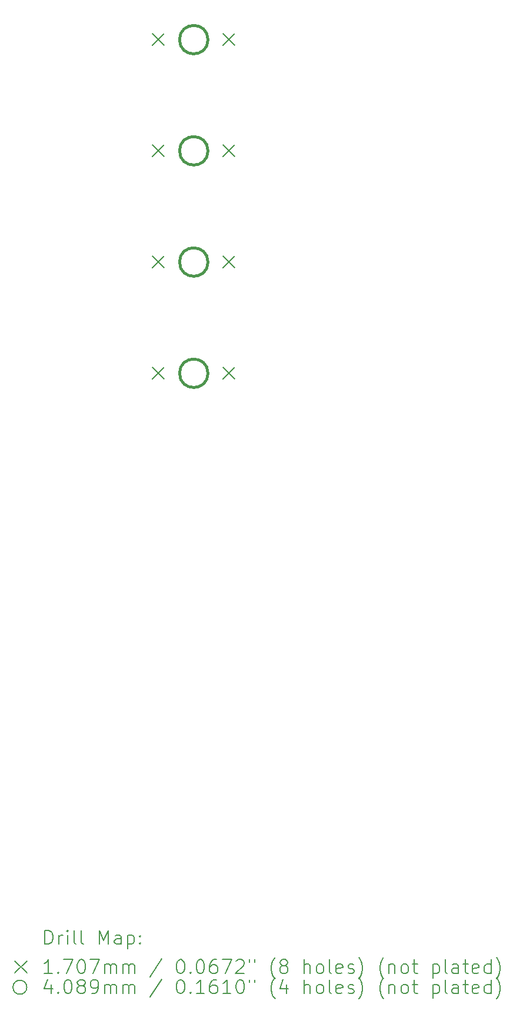
<source format=gbr>
%TF.GenerationSoftware,KiCad,Pcbnew,7.0.6-0*%
%TF.CreationDate,2023-09-14T10:30:24+10:00*%
%TF.ProjectId,Main 3.1,4d61696e-2033-42e3-912e-6b696361645f,rev?*%
%TF.SameCoordinates,Original*%
%TF.FileFunction,Drillmap*%
%TF.FilePolarity,Positive*%
%FSLAX45Y45*%
G04 Gerber Fmt 4.5, Leading zero omitted, Abs format (unit mm)*
G04 Created by KiCad (PCBNEW 7.0.6-0) date 2023-09-14 10:30:24*
%MOMM*%
%LPD*%
G01*
G04 APERTURE LIST*
%ADD10C,0.200000*%
%ADD11C,0.170688*%
%ADD12C,0.408940*%
G04 APERTURE END LIST*
D10*
D11*
X6506656Y-12514656D02*
X6677344Y-12685344D01*
X6677344Y-12514656D02*
X6506656Y-12685344D01*
X6506656Y-14114656D02*
X6677344Y-14285344D01*
X6677344Y-14114656D02*
X6506656Y-14285344D01*
X6506656Y-15714656D02*
X6677344Y-15885344D01*
X6677344Y-15714656D02*
X6506656Y-15885344D01*
X6506656Y-17314656D02*
X6677344Y-17485344D01*
X6677344Y-17314656D02*
X6506656Y-17485344D01*
X7522656Y-12514656D02*
X7693344Y-12685344D01*
X7693344Y-12514656D02*
X7522656Y-12685344D01*
X7522656Y-14114656D02*
X7693344Y-14285344D01*
X7693344Y-14114656D02*
X7522656Y-14285344D01*
X7522656Y-15714656D02*
X7693344Y-15885344D01*
X7693344Y-15714656D02*
X7522656Y-15885344D01*
X7522656Y-17314656D02*
X7693344Y-17485344D01*
X7693344Y-17314656D02*
X7522656Y-17485344D01*
D12*
X7304470Y-12600000D02*
G75*
G03*
X7304470Y-12600000I-204470J0D01*
G01*
X7304470Y-14200000D02*
G75*
G03*
X7304470Y-14200000I-204470J0D01*
G01*
X7304470Y-15800000D02*
G75*
G03*
X7304470Y-15800000I-204470J0D01*
G01*
X7304470Y-17400000D02*
G75*
G03*
X7304470Y-17400000I-204470J0D01*
G01*
D10*
X4958286Y-25614001D02*
X4958286Y-25414001D01*
X4958286Y-25414001D02*
X5005905Y-25414001D01*
X5005905Y-25414001D02*
X5034476Y-25423525D01*
X5034476Y-25423525D02*
X5053524Y-25442572D01*
X5053524Y-25442572D02*
X5063048Y-25461620D01*
X5063048Y-25461620D02*
X5072572Y-25499715D01*
X5072572Y-25499715D02*
X5072572Y-25528287D01*
X5072572Y-25528287D02*
X5063048Y-25566382D01*
X5063048Y-25566382D02*
X5053524Y-25585429D01*
X5053524Y-25585429D02*
X5034476Y-25604477D01*
X5034476Y-25604477D02*
X5005905Y-25614001D01*
X5005905Y-25614001D02*
X4958286Y-25614001D01*
X5158286Y-25614001D02*
X5158286Y-25480667D01*
X5158286Y-25518763D02*
X5167810Y-25499715D01*
X5167810Y-25499715D02*
X5177334Y-25490191D01*
X5177334Y-25490191D02*
X5196381Y-25480667D01*
X5196381Y-25480667D02*
X5215429Y-25480667D01*
X5282095Y-25614001D02*
X5282095Y-25480667D01*
X5282095Y-25414001D02*
X5272572Y-25423525D01*
X5272572Y-25423525D02*
X5282095Y-25433048D01*
X5282095Y-25433048D02*
X5291619Y-25423525D01*
X5291619Y-25423525D02*
X5282095Y-25414001D01*
X5282095Y-25414001D02*
X5282095Y-25433048D01*
X5405905Y-25614001D02*
X5386857Y-25604477D01*
X5386857Y-25604477D02*
X5377334Y-25585429D01*
X5377334Y-25585429D02*
X5377334Y-25414001D01*
X5510667Y-25614001D02*
X5491619Y-25604477D01*
X5491619Y-25604477D02*
X5482095Y-25585429D01*
X5482095Y-25585429D02*
X5482095Y-25414001D01*
X5739238Y-25614001D02*
X5739238Y-25414001D01*
X5739238Y-25414001D02*
X5805905Y-25556858D01*
X5805905Y-25556858D02*
X5872572Y-25414001D01*
X5872572Y-25414001D02*
X5872572Y-25614001D01*
X6053524Y-25614001D02*
X6053524Y-25509239D01*
X6053524Y-25509239D02*
X6044000Y-25490191D01*
X6044000Y-25490191D02*
X6024953Y-25480667D01*
X6024953Y-25480667D02*
X5986857Y-25480667D01*
X5986857Y-25480667D02*
X5967810Y-25490191D01*
X6053524Y-25604477D02*
X6034476Y-25614001D01*
X6034476Y-25614001D02*
X5986857Y-25614001D01*
X5986857Y-25614001D02*
X5967810Y-25604477D01*
X5967810Y-25604477D02*
X5958286Y-25585429D01*
X5958286Y-25585429D02*
X5958286Y-25566382D01*
X5958286Y-25566382D02*
X5967810Y-25547334D01*
X5967810Y-25547334D02*
X5986857Y-25537810D01*
X5986857Y-25537810D02*
X6034476Y-25537810D01*
X6034476Y-25537810D02*
X6053524Y-25528287D01*
X6148762Y-25480667D02*
X6148762Y-25680667D01*
X6148762Y-25490191D02*
X6167810Y-25480667D01*
X6167810Y-25480667D02*
X6205905Y-25480667D01*
X6205905Y-25480667D02*
X6224953Y-25490191D01*
X6224953Y-25490191D02*
X6234476Y-25499715D01*
X6234476Y-25499715D02*
X6244000Y-25518763D01*
X6244000Y-25518763D02*
X6244000Y-25575906D01*
X6244000Y-25575906D02*
X6234476Y-25594953D01*
X6234476Y-25594953D02*
X6224953Y-25604477D01*
X6224953Y-25604477D02*
X6205905Y-25614001D01*
X6205905Y-25614001D02*
X6167810Y-25614001D01*
X6167810Y-25614001D02*
X6148762Y-25604477D01*
X6329714Y-25594953D02*
X6339238Y-25604477D01*
X6339238Y-25604477D02*
X6329714Y-25614001D01*
X6329714Y-25614001D02*
X6320191Y-25604477D01*
X6320191Y-25604477D02*
X6329714Y-25594953D01*
X6329714Y-25594953D02*
X6329714Y-25614001D01*
X6329714Y-25490191D02*
X6339238Y-25499715D01*
X6339238Y-25499715D02*
X6329714Y-25509239D01*
X6329714Y-25509239D02*
X6320191Y-25499715D01*
X6320191Y-25499715D02*
X6329714Y-25490191D01*
X6329714Y-25490191D02*
X6329714Y-25509239D01*
D11*
X4526821Y-25857173D02*
X4697509Y-26027861D01*
X4697509Y-25857173D02*
X4526821Y-26027861D01*
D10*
X5063048Y-26034001D02*
X4948762Y-26034001D01*
X5005905Y-26034001D02*
X5005905Y-25834001D01*
X5005905Y-25834001D02*
X4986857Y-25862572D01*
X4986857Y-25862572D02*
X4967810Y-25881620D01*
X4967810Y-25881620D02*
X4948762Y-25891144D01*
X5148762Y-26014953D02*
X5158286Y-26024477D01*
X5158286Y-26024477D02*
X5148762Y-26034001D01*
X5148762Y-26034001D02*
X5139238Y-26024477D01*
X5139238Y-26024477D02*
X5148762Y-26014953D01*
X5148762Y-26014953D02*
X5148762Y-26034001D01*
X5224953Y-25834001D02*
X5358286Y-25834001D01*
X5358286Y-25834001D02*
X5272572Y-26034001D01*
X5472572Y-25834001D02*
X5491619Y-25834001D01*
X5491619Y-25834001D02*
X5510667Y-25843525D01*
X5510667Y-25843525D02*
X5520191Y-25853048D01*
X5520191Y-25853048D02*
X5529715Y-25872096D01*
X5529715Y-25872096D02*
X5539238Y-25910191D01*
X5539238Y-25910191D02*
X5539238Y-25957810D01*
X5539238Y-25957810D02*
X5529715Y-25995906D01*
X5529715Y-25995906D02*
X5520191Y-26014953D01*
X5520191Y-26014953D02*
X5510667Y-26024477D01*
X5510667Y-26024477D02*
X5491619Y-26034001D01*
X5491619Y-26034001D02*
X5472572Y-26034001D01*
X5472572Y-26034001D02*
X5453524Y-26024477D01*
X5453524Y-26024477D02*
X5444000Y-26014953D01*
X5444000Y-26014953D02*
X5434476Y-25995906D01*
X5434476Y-25995906D02*
X5424953Y-25957810D01*
X5424953Y-25957810D02*
X5424953Y-25910191D01*
X5424953Y-25910191D02*
X5434476Y-25872096D01*
X5434476Y-25872096D02*
X5444000Y-25853048D01*
X5444000Y-25853048D02*
X5453524Y-25843525D01*
X5453524Y-25843525D02*
X5472572Y-25834001D01*
X5605905Y-25834001D02*
X5739238Y-25834001D01*
X5739238Y-25834001D02*
X5653524Y-26034001D01*
X5815429Y-26034001D02*
X5815429Y-25900667D01*
X5815429Y-25919715D02*
X5824953Y-25910191D01*
X5824953Y-25910191D02*
X5844000Y-25900667D01*
X5844000Y-25900667D02*
X5872572Y-25900667D01*
X5872572Y-25900667D02*
X5891619Y-25910191D01*
X5891619Y-25910191D02*
X5901143Y-25929239D01*
X5901143Y-25929239D02*
X5901143Y-26034001D01*
X5901143Y-25929239D02*
X5910667Y-25910191D01*
X5910667Y-25910191D02*
X5929714Y-25900667D01*
X5929714Y-25900667D02*
X5958286Y-25900667D01*
X5958286Y-25900667D02*
X5977334Y-25910191D01*
X5977334Y-25910191D02*
X5986857Y-25929239D01*
X5986857Y-25929239D02*
X5986857Y-26034001D01*
X6082095Y-26034001D02*
X6082095Y-25900667D01*
X6082095Y-25919715D02*
X6091619Y-25910191D01*
X6091619Y-25910191D02*
X6110667Y-25900667D01*
X6110667Y-25900667D02*
X6139238Y-25900667D01*
X6139238Y-25900667D02*
X6158286Y-25910191D01*
X6158286Y-25910191D02*
X6167810Y-25929239D01*
X6167810Y-25929239D02*
X6167810Y-26034001D01*
X6167810Y-25929239D02*
X6177334Y-25910191D01*
X6177334Y-25910191D02*
X6196381Y-25900667D01*
X6196381Y-25900667D02*
X6224953Y-25900667D01*
X6224953Y-25900667D02*
X6244000Y-25910191D01*
X6244000Y-25910191D02*
X6253524Y-25929239D01*
X6253524Y-25929239D02*
X6253524Y-26034001D01*
X6644000Y-25824477D02*
X6472572Y-26081620D01*
X6901143Y-25834001D02*
X6920191Y-25834001D01*
X6920191Y-25834001D02*
X6939238Y-25843525D01*
X6939238Y-25843525D02*
X6948762Y-25853048D01*
X6948762Y-25853048D02*
X6958286Y-25872096D01*
X6958286Y-25872096D02*
X6967810Y-25910191D01*
X6967810Y-25910191D02*
X6967810Y-25957810D01*
X6967810Y-25957810D02*
X6958286Y-25995906D01*
X6958286Y-25995906D02*
X6948762Y-26014953D01*
X6948762Y-26014953D02*
X6939238Y-26024477D01*
X6939238Y-26024477D02*
X6920191Y-26034001D01*
X6920191Y-26034001D02*
X6901143Y-26034001D01*
X6901143Y-26034001D02*
X6882096Y-26024477D01*
X6882096Y-26024477D02*
X6872572Y-26014953D01*
X6872572Y-26014953D02*
X6863048Y-25995906D01*
X6863048Y-25995906D02*
X6853524Y-25957810D01*
X6853524Y-25957810D02*
X6853524Y-25910191D01*
X6853524Y-25910191D02*
X6863048Y-25872096D01*
X6863048Y-25872096D02*
X6872572Y-25853048D01*
X6872572Y-25853048D02*
X6882096Y-25843525D01*
X6882096Y-25843525D02*
X6901143Y-25834001D01*
X7053524Y-26014953D02*
X7063048Y-26024477D01*
X7063048Y-26024477D02*
X7053524Y-26034001D01*
X7053524Y-26034001D02*
X7044000Y-26024477D01*
X7044000Y-26024477D02*
X7053524Y-26014953D01*
X7053524Y-26014953D02*
X7053524Y-26034001D01*
X7186857Y-25834001D02*
X7205905Y-25834001D01*
X7205905Y-25834001D02*
X7224953Y-25843525D01*
X7224953Y-25843525D02*
X7234477Y-25853048D01*
X7234477Y-25853048D02*
X7244000Y-25872096D01*
X7244000Y-25872096D02*
X7253524Y-25910191D01*
X7253524Y-25910191D02*
X7253524Y-25957810D01*
X7253524Y-25957810D02*
X7244000Y-25995906D01*
X7244000Y-25995906D02*
X7234477Y-26014953D01*
X7234477Y-26014953D02*
X7224953Y-26024477D01*
X7224953Y-26024477D02*
X7205905Y-26034001D01*
X7205905Y-26034001D02*
X7186857Y-26034001D01*
X7186857Y-26034001D02*
X7167810Y-26024477D01*
X7167810Y-26024477D02*
X7158286Y-26014953D01*
X7158286Y-26014953D02*
X7148762Y-25995906D01*
X7148762Y-25995906D02*
X7139238Y-25957810D01*
X7139238Y-25957810D02*
X7139238Y-25910191D01*
X7139238Y-25910191D02*
X7148762Y-25872096D01*
X7148762Y-25872096D02*
X7158286Y-25853048D01*
X7158286Y-25853048D02*
X7167810Y-25843525D01*
X7167810Y-25843525D02*
X7186857Y-25834001D01*
X7424953Y-25834001D02*
X7386857Y-25834001D01*
X7386857Y-25834001D02*
X7367810Y-25843525D01*
X7367810Y-25843525D02*
X7358286Y-25853048D01*
X7358286Y-25853048D02*
X7339238Y-25881620D01*
X7339238Y-25881620D02*
X7329715Y-25919715D01*
X7329715Y-25919715D02*
X7329715Y-25995906D01*
X7329715Y-25995906D02*
X7339238Y-26014953D01*
X7339238Y-26014953D02*
X7348762Y-26024477D01*
X7348762Y-26024477D02*
X7367810Y-26034001D01*
X7367810Y-26034001D02*
X7405905Y-26034001D01*
X7405905Y-26034001D02*
X7424953Y-26024477D01*
X7424953Y-26024477D02*
X7434477Y-26014953D01*
X7434477Y-26014953D02*
X7444000Y-25995906D01*
X7444000Y-25995906D02*
X7444000Y-25948287D01*
X7444000Y-25948287D02*
X7434477Y-25929239D01*
X7434477Y-25929239D02*
X7424953Y-25919715D01*
X7424953Y-25919715D02*
X7405905Y-25910191D01*
X7405905Y-25910191D02*
X7367810Y-25910191D01*
X7367810Y-25910191D02*
X7348762Y-25919715D01*
X7348762Y-25919715D02*
X7339238Y-25929239D01*
X7339238Y-25929239D02*
X7329715Y-25948287D01*
X7510667Y-25834001D02*
X7644000Y-25834001D01*
X7644000Y-25834001D02*
X7558286Y-26034001D01*
X7710667Y-25853048D02*
X7720191Y-25843525D01*
X7720191Y-25843525D02*
X7739238Y-25834001D01*
X7739238Y-25834001D02*
X7786858Y-25834001D01*
X7786858Y-25834001D02*
X7805905Y-25843525D01*
X7805905Y-25843525D02*
X7815429Y-25853048D01*
X7815429Y-25853048D02*
X7824953Y-25872096D01*
X7824953Y-25872096D02*
X7824953Y-25891144D01*
X7824953Y-25891144D02*
X7815429Y-25919715D01*
X7815429Y-25919715D02*
X7701143Y-26034001D01*
X7701143Y-26034001D02*
X7824953Y-26034001D01*
X7901143Y-25834001D02*
X7901143Y-25872096D01*
X7977334Y-25834001D02*
X7977334Y-25872096D01*
X8272572Y-26110191D02*
X8263048Y-26100667D01*
X8263048Y-26100667D02*
X8244000Y-26072096D01*
X8244000Y-26072096D02*
X8234477Y-26053048D01*
X8234477Y-26053048D02*
X8224953Y-26024477D01*
X8224953Y-26024477D02*
X8215429Y-25976858D01*
X8215429Y-25976858D02*
X8215429Y-25938763D01*
X8215429Y-25938763D02*
X8224953Y-25891144D01*
X8224953Y-25891144D02*
X8234477Y-25862572D01*
X8234477Y-25862572D02*
X8244000Y-25843525D01*
X8244000Y-25843525D02*
X8263048Y-25814953D01*
X8263048Y-25814953D02*
X8272572Y-25805429D01*
X8377334Y-25919715D02*
X8358286Y-25910191D01*
X8358286Y-25910191D02*
X8348762Y-25900667D01*
X8348762Y-25900667D02*
X8339239Y-25881620D01*
X8339239Y-25881620D02*
X8339239Y-25872096D01*
X8339239Y-25872096D02*
X8348762Y-25853048D01*
X8348762Y-25853048D02*
X8358286Y-25843525D01*
X8358286Y-25843525D02*
X8377334Y-25834001D01*
X8377334Y-25834001D02*
X8415429Y-25834001D01*
X8415429Y-25834001D02*
X8434477Y-25843525D01*
X8434477Y-25843525D02*
X8444001Y-25853048D01*
X8444001Y-25853048D02*
X8453524Y-25872096D01*
X8453524Y-25872096D02*
X8453524Y-25881620D01*
X8453524Y-25881620D02*
X8444001Y-25900667D01*
X8444001Y-25900667D02*
X8434477Y-25910191D01*
X8434477Y-25910191D02*
X8415429Y-25919715D01*
X8415429Y-25919715D02*
X8377334Y-25919715D01*
X8377334Y-25919715D02*
X8358286Y-25929239D01*
X8358286Y-25929239D02*
X8348762Y-25938763D01*
X8348762Y-25938763D02*
X8339239Y-25957810D01*
X8339239Y-25957810D02*
X8339239Y-25995906D01*
X8339239Y-25995906D02*
X8348762Y-26014953D01*
X8348762Y-26014953D02*
X8358286Y-26024477D01*
X8358286Y-26024477D02*
X8377334Y-26034001D01*
X8377334Y-26034001D02*
X8415429Y-26034001D01*
X8415429Y-26034001D02*
X8434477Y-26024477D01*
X8434477Y-26024477D02*
X8444001Y-26014953D01*
X8444001Y-26014953D02*
X8453524Y-25995906D01*
X8453524Y-25995906D02*
X8453524Y-25957810D01*
X8453524Y-25957810D02*
X8444001Y-25938763D01*
X8444001Y-25938763D02*
X8434477Y-25929239D01*
X8434477Y-25929239D02*
X8415429Y-25919715D01*
X8691620Y-26034001D02*
X8691620Y-25834001D01*
X8777334Y-26034001D02*
X8777334Y-25929239D01*
X8777334Y-25929239D02*
X8767810Y-25910191D01*
X8767810Y-25910191D02*
X8748763Y-25900667D01*
X8748763Y-25900667D02*
X8720191Y-25900667D01*
X8720191Y-25900667D02*
X8701143Y-25910191D01*
X8701143Y-25910191D02*
X8691620Y-25919715D01*
X8901143Y-26034001D02*
X8882096Y-26024477D01*
X8882096Y-26024477D02*
X8872572Y-26014953D01*
X8872572Y-26014953D02*
X8863048Y-25995906D01*
X8863048Y-25995906D02*
X8863048Y-25938763D01*
X8863048Y-25938763D02*
X8872572Y-25919715D01*
X8872572Y-25919715D02*
X8882096Y-25910191D01*
X8882096Y-25910191D02*
X8901143Y-25900667D01*
X8901143Y-25900667D02*
X8929715Y-25900667D01*
X8929715Y-25900667D02*
X8948763Y-25910191D01*
X8948763Y-25910191D02*
X8958286Y-25919715D01*
X8958286Y-25919715D02*
X8967810Y-25938763D01*
X8967810Y-25938763D02*
X8967810Y-25995906D01*
X8967810Y-25995906D02*
X8958286Y-26014953D01*
X8958286Y-26014953D02*
X8948763Y-26024477D01*
X8948763Y-26024477D02*
X8929715Y-26034001D01*
X8929715Y-26034001D02*
X8901143Y-26034001D01*
X9082096Y-26034001D02*
X9063048Y-26024477D01*
X9063048Y-26024477D02*
X9053524Y-26005429D01*
X9053524Y-26005429D02*
X9053524Y-25834001D01*
X9234477Y-26024477D02*
X9215429Y-26034001D01*
X9215429Y-26034001D02*
X9177334Y-26034001D01*
X9177334Y-26034001D02*
X9158286Y-26024477D01*
X9158286Y-26024477D02*
X9148763Y-26005429D01*
X9148763Y-26005429D02*
X9148763Y-25929239D01*
X9148763Y-25929239D02*
X9158286Y-25910191D01*
X9158286Y-25910191D02*
X9177334Y-25900667D01*
X9177334Y-25900667D02*
X9215429Y-25900667D01*
X9215429Y-25900667D02*
X9234477Y-25910191D01*
X9234477Y-25910191D02*
X9244001Y-25929239D01*
X9244001Y-25929239D02*
X9244001Y-25948287D01*
X9244001Y-25948287D02*
X9148763Y-25967334D01*
X9320191Y-26024477D02*
X9339239Y-26034001D01*
X9339239Y-26034001D02*
X9377334Y-26034001D01*
X9377334Y-26034001D02*
X9396382Y-26024477D01*
X9396382Y-26024477D02*
X9405905Y-26005429D01*
X9405905Y-26005429D02*
X9405905Y-25995906D01*
X9405905Y-25995906D02*
X9396382Y-25976858D01*
X9396382Y-25976858D02*
X9377334Y-25967334D01*
X9377334Y-25967334D02*
X9348763Y-25967334D01*
X9348763Y-25967334D02*
X9329715Y-25957810D01*
X9329715Y-25957810D02*
X9320191Y-25938763D01*
X9320191Y-25938763D02*
X9320191Y-25929239D01*
X9320191Y-25929239D02*
X9329715Y-25910191D01*
X9329715Y-25910191D02*
X9348763Y-25900667D01*
X9348763Y-25900667D02*
X9377334Y-25900667D01*
X9377334Y-25900667D02*
X9396382Y-25910191D01*
X9472572Y-26110191D02*
X9482096Y-26100667D01*
X9482096Y-26100667D02*
X9501144Y-26072096D01*
X9501144Y-26072096D02*
X9510667Y-26053048D01*
X9510667Y-26053048D02*
X9520191Y-26024477D01*
X9520191Y-26024477D02*
X9529715Y-25976858D01*
X9529715Y-25976858D02*
X9529715Y-25938763D01*
X9529715Y-25938763D02*
X9520191Y-25891144D01*
X9520191Y-25891144D02*
X9510667Y-25862572D01*
X9510667Y-25862572D02*
X9501144Y-25843525D01*
X9501144Y-25843525D02*
X9482096Y-25814953D01*
X9482096Y-25814953D02*
X9472572Y-25805429D01*
X9834477Y-26110191D02*
X9824953Y-26100667D01*
X9824953Y-26100667D02*
X9805905Y-26072096D01*
X9805905Y-26072096D02*
X9796382Y-26053048D01*
X9796382Y-26053048D02*
X9786858Y-26024477D01*
X9786858Y-26024477D02*
X9777334Y-25976858D01*
X9777334Y-25976858D02*
X9777334Y-25938763D01*
X9777334Y-25938763D02*
X9786858Y-25891144D01*
X9786858Y-25891144D02*
X9796382Y-25862572D01*
X9796382Y-25862572D02*
X9805905Y-25843525D01*
X9805905Y-25843525D02*
X9824953Y-25814953D01*
X9824953Y-25814953D02*
X9834477Y-25805429D01*
X9910667Y-25900667D02*
X9910667Y-26034001D01*
X9910667Y-25919715D02*
X9920191Y-25910191D01*
X9920191Y-25910191D02*
X9939239Y-25900667D01*
X9939239Y-25900667D02*
X9967810Y-25900667D01*
X9967810Y-25900667D02*
X9986858Y-25910191D01*
X9986858Y-25910191D02*
X9996382Y-25929239D01*
X9996382Y-25929239D02*
X9996382Y-26034001D01*
X10120191Y-26034001D02*
X10101144Y-26024477D01*
X10101144Y-26024477D02*
X10091620Y-26014953D01*
X10091620Y-26014953D02*
X10082096Y-25995906D01*
X10082096Y-25995906D02*
X10082096Y-25938763D01*
X10082096Y-25938763D02*
X10091620Y-25919715D01*
X10091620Y-25919715D02*
X10101144Y-25910191D01*
X10101144Y-25910191D02*
X10120191Y-25900667D01*
X10120191Y-25900667D02*
X10148763Y-25900667D01*
X10148763Y-25900667D02*
X10167810Y-25910191D01*
X10167810Y-25910191D02*
X10177334Y-25919715D01*
X10177334Y-25919715D02*
X10186858Y-25938763D01*
X10186858Y-25938763D02*
X10186858Y-25995906D01*
X10186858Y-25995906D02*
X10177334Y-26014953D01*
X10177334Y-26014953D02*
X10167810Y-26024477D01*
X10167810Y-26024477D02*
X10148763Y-26034001D01*
X10148763Y-26034001D02*
X10120191Y-26034001D01*
X10244001Y-25900667D02*
X10320191Y-25900667D01*
X10272572Y-25834001D02*
X10272572Y-26005429D01*
X10272572Y-26005429D02*
X10282096Y-26024477D01*
X10282096Y-26024477D02*
X10301144Y-26034001D01*
X10301144Y-26034001D02*
X10320191Y-26034001D01*
X10539239Y-25900667D02*
X10539239Y-26100667D01*
X10539239Y-25910191D02*
X10558286Y-25900667D01*
X10558286Y-25900667D02*
X10596382Y-25900667D01*
X10596382Y-25900667D02*
X10615429Y-25910191D01*
X10615429Y-25910191D02*
X10624953Y-25919715D01*
X10624953Y-25919715D02*
X10634477Y-25938763D01*
X10634477Y-25938763D02*
X10634477Y-25995906D01*
X10634477Y-25995906D02*
X10624953Y-26014953D01*
X10624953Y-26014953D02*
X10615429Y-26024477D01*
X10615429Y-26024477D02*
X10596382Y-26034001D01*
X10596382Y-26034001D02*
X10558286Y-26034001D01*
X10558286Y-26034001D02*
X10539239Y-26024477D01*
X10748763Y-26034001D02*
X10729715Y-26024477D01*
X10729715Y-26024477D02*
X10720191Y-26005429D01*
X10720191Y-26005429D02*
X10720191Y-25834001D01*
X10910667Y-26034001D02*
X10910667Y-25929239D01*
X10910667Y-25929239D02*
X10901144Y-25910191D01*
X10901144Y-25910191D02*
X10882096Y-25900667D01*
X10882096Y-25900667D02*
X10844001Y-25900667D01*
X10844001Y-25900667D02*
X10824953Y-25910191D01*
X10910667Y-26024477D02*
X10891620Y-26034001D01*
X10891620Y-26034001D02*
X10844001Y-26034001D01*
X10844001Y-26034001D02*
X10824953Y-26024477D01*
X10824953Y-26024477D02*
X10815429Y-26005429D01*
X10815429Y-26005429D02*
X10815429Y-25986382D01*
X10815429Y-25986382D02*
X10824953Y-25967334D01*
X10824953Y-25967334D02*
X10844001Y-25957810D01*
X10844001Y-25957810D02*
X10891620Y-25957810D01*
X10891620Y-25957810D02*
X10910667Y-25948287D01*
X10977334Y-25900667D02*
X11053525Y-25900667D01*
X11005906Y-25834001D02*
X11005906Y-26005429D01*
X11005906Y-26005429D02*
X11015429Y-26024477D01*
X11015429Y-26024477D02*
X11034477Y-26034001D01*
X11034477Y-26034001D02*
X11053525Y-26034001D01*
X11196382Y-26024477D02*
X11177334Y-26034001D01*
X11177334Y-26034001D02*
X11139239Y-26034001D01*
X11139239Y-26034001D02*
X11120191Y-26024477D01*
X11120191Y-26024477D02*
X11110667Y-26005429D01*
X11110667Y-26005429D02*
X11110667Y-25929239D01*
X11110667Y-25929239D02*
X11120191Y-25910191D01*
X11120191Y-25910191D02*
X11139239Y-25900667D01*
X11139239Y-25900667D02*
X11177334Y-25900667D01*
X11177334Y-25900667D02*
X11196382Y-25910191D01*
X11196382Y-25910191D02*
X11205905Y-25929239D01*
X11205905Y-25929239D02*
X11205905Y-25948287D01*
X11205905Y-25948287D02*
X11110667Y-25967334D01*
X11377334Y-26034001D02*
X11377334Y-25834001D01*
X11377334Y-26024477D02*
X11358286Y-26034001D01*
X11358286Y-26034001D02*
X11320191Y-26034001D01*
X11320191Y-26034001D02*
X11301144Y-26024477D01*
X11301144Y-26024477D02*
X11291620Y-26014953D01*
X11291620Y-26014953D02*
X11282096Y-25995906D01*
X11282096Y-25995906D02*
X11282096Y-25938763D01*
X11282096Y-25938763D02*
X11291620Y-25919715D01*
X11291620Y-25919715D02*
X11301144Y-25910191D01*
X11301144Y-25910191D02*
X11320191Y-25900667D01*
X11320191Y-25900667D02*
X11358286Y-25900667D01*
X11358286Y-25900667D02*
X11377334Y-25910191D01*
X11453525Y-26110191D02*
X11463048Y-26100667D01*
X11463048Y-26100667D02*
X11482096Y-26072096D01*
X11482096Y-26072096D02*
X11491620Y-26053048D01*
X11491620Y-26053048D02*
X11501144Y-26024477D01*
X11501144Y-26024477D02*
X11510667Y-25976858D01*
X11510667Y-25976858D02*
X11510667Y-25938763D01*
X11510667Y-25938763D02*
X11501144Y-25891144D01*
X11501144Y-25891144D02*
X11491620Y-25862572D01*
X11491620Y-25862572D02*
X11482096Y-25843525D01*
X11482096Y-25843525D02*
X11463048Y-25814953D01*
X11463048Y-25814953D02*
X11453525Y-25805429D01*
X4697509Y-26233205D02*
G75*
G03*
X4697509Y-26233205I-100000J0D01*
G01*
X5044000Y-26191356D02*
X5044000Y-26324689D01*
X4996381Y-26115165D02*
X4948762Y-26258022D01*
X4948762Y-26258022D02*
X5072572Y-26258022D01*
X5148762Y-26305641D02*
X5158286Y-26315165D01*
X5158286Y-26315165D02*
X5148762Y-26324689D01*
X5148762Y-26324689D02*
X5139238Y-26315165D01*
X5139238Y-26315165D02*
X5148762Y-26305641D01*
X5148762Y-26305641D02*
X5148762Y-26324689D01*
X5282095Y-26124689D02*
X5301143Y-26124689D01*
X5301143Y-26124689D02*
X5320191Y-26134213D01*
X5320191Y-26134213D02*
X5329715Y-26143737D01*
X5329715Y-26143737D02*
X5339238Y-26162784D01*
X5339238Y-26162784D02*
X5348762Y-26200879D01*
X5348762Y-26200879D02*
X5348762Y-26248498D01*
X5348762Y-26248498D02*
X5339238Y-26286594D01*
X5339238Y-26286594D02*
X5329715Y-26305641D01*
X5329715Y-26305641D02*
X5320191Y-26315165D01*
X5320191Y-26315165D02*
X5301143Y-26324689D01*
X5301143Y-26324689D02*
X5282095Y-26324689D01*
X5282095Y-26324689D02*
X5263048Y-26315165D01*
X5263048Y-26315165D02*
X5253524Y-26305641D01*
X5253524Y-26305641D02*
X5244000Y-26286594D01*
X5244000Y-26286594D02*
X5234476Y-26248498D01*
X5234476Y-26248498D02*
X5234476Y-26200879D01*
X5234476Y-26200879D02*
X5244000Y-26162784D01*
X5244000Y-26162784D02*
X5253524Y-26143737D01*
X5253524Y-26143737D02*
X5263048Y-26134213D01*
X5263048Y-26134213D02*
X5282095Y-26124689D01*
X5463048Y-26210403D02*
X5444000Y-26200879D01*
X5444000Y-26200879D02*
X5434476Y-26191356D01*
X5434476Y-26191356D02*
X5424953Y-26172308D01*
X5424953Y-26172308D02*
X5424953Y-26162784D01*
X5424953Y-26162784D02*
X5434476Y-26143737D01*
X5434476Y-26143737D02*
X5444000Y-26134213D01*
X5444000Y-26134213D02*
X5463048Y-26124689D01*
X5463048Y-26124689D02*
X5501143Y-26124689D01*
X5501143Y-26124689D02*
X5520191Y-26134213D01*
X5520191Y-26134213D02*
X5529715Y-26143737D01*
X5529715Y-26143737D02*
X5539238Y-26162784D01*
X5539238Y-26162784D02*
X5539238Y-26172308D01*
X5539238Y-26172308D02*
X5529715Y-26191356D01*
X5529715Y-26191356D02*
X5520191Y-26200879D01*
X5520191Y-26200879D02*
X5501143Y-26210403D01*
X5501143Y-26210403D02*
X5463048Y-26210403D01*
X5463048Y-26210403D02*
X5444000Y-26219927D01*
X5444000Y-26219927D02*
X5434476Y-26229451D01*
X5434476Y-26229451D02*
X5424953Y-26248498D01*
X5424953Y-26248498D02*
X5424953Y-26286594D01*
X5424953Y-26286594D02*
X5434476Y-26305641D01*
X5434476Y-26305641D02*
X5444000Y-26315165D01*
X5444000Y-26315165D02*
X5463048Y-26324689D01*
X5463048Y-26324689D02*
X5501143Y-26324689D01*
X5501143Y-26324689D02*
X5520191Y-26315165D01*
X5520191Y-26315165D02*
X5529715Y-26305641D01*
X5529715Y-26305641D02*
X5539238Y-26286594D01*
X5539238Y-26286594D02*
X5539238Y-26248498D01*
X5539238Y-26248498D02*
X5529715Y-26229451D01*
X5529715Y-26229451D02*
X5520191Y-26219927D01*
X5520191Y-26219927D02*
X5501143Y-26210403D01*
X5634476Y-26324689D02*
X5672572Y-26324689D01*
X5672572Y-26324689D02*
X5691619Y-26315165D01*
X5691619Y-26315165D02*
X5701143Y-26305641D01*
X5701143Y-26305641D02*
X5720191Y-26277070D01*
X5720191Y-26277070D02*
X5729714Y-26238975D01*
X5729714Y-26238975D02*
X5729714Y-26162784D01*
X5729714Y-26162784D02*
X5720191Y-26143737D01*
X5720191Y-26143737D02*
X5710667Y-26134213D01*
X5710667Y-26134213D02*
X5691619Y-26124689D01*
X5691619Y-26124689D02*
X5653524Y-26124689D01*
X5653524Y-26124689D02*
X5634476Y-26134213D01*
X5634476Y-26134213D02*
X5624953Y-26143737D01*
X5624953Y-26143737D02*
X5615429Y-26162784D01*
X5615429Y-26162784D02*
X5615429Y-26210403D01*
X5615429Y-26210403D02*
X5624953Y-26229451D01*
X5624953Y-26229451D02*
X5634476Y-26238975D01*
X5634476Y-26238975D02*
X5653524Y-26248498D01*
X5653524Y-26248498D02*
X5691619Y-26248498D01*
X5691619Y-26248498D02*
X5710667Y-26238975D01*
X5710667Y-26238975D02*
X5720191Y-26229451D01*
X5720191Y-26229451D02*
X5729714Y-26210403D01*
X5815429Y-26324689D02*
X5815429Y-26191356D01*
X5815429Y-26210403D02*
X5824953Y-26200879D01*
X5824953Y-26200879D02*
X5844000Y-26191356D01*
X5844000Y-26191356D02*
X5872572Y-26191356D01*
X5872572Y-26191356D02*
X5891619Y-26200879D01*
X5891619Y-26200879D02*
X5901143Y-26219927D01*
X5901143Y-26219927D02*
X5901143Y-26324689D01*
X5901143Y-26219927D02*
X5910667Y-26200879D01*
X5910667Y-26200879D02*
X5929714Y-26191356D01*
X5929714Y-26191356D02*
X5958286Y-26191356D01*
X5958286Y-26191356D02*
X5977334Y-26200879D01*
X5977334Y-26200879D02*
X5986857Y-26219927D01*
X5986857Y-26219927D02*
X5986857Y-26324689D01*
X6082095Y-26324689D02*
X6082095Y-26191356D01*
X6082095Y-26210403D02*
X6091619Y-26200879D01*
X6091619Y-26200879D02*
X6110667Y-26191356D01*
X6110667Y-26191356D02*
X6139238Y-26191356D01*
X6139238Y-26191356D02*
X6158286Y-26200879D01*
X6158286Y-26200879D02*
X6167810Y-26219927D01*
X6167810Y-26219927D02*
X6167810Y-26324689D01*
X6167810Y-26219927D02*
X6177334Y-26200879D01*
X6177334Y-26200879D02*
X6196381Y-26191356D01*
X6196381Y-26191356D02*
X6224953Y-26191356D01*
X6224953Y-26191356D02*
X6244000Y-26200879D01*
X6244000Y-26200879D02*
X6253524Y-26219927D01*
X6253524Y-26219927D02*
X6253524Y-26324689D01*
X6644000Y-26115165D02*
X6472572Y-26372308D01*
X6901143Y-26124689D02*
X6920191Y-26124689D01*
X6920191Y-26124689D02*
X6939238Y-26134213D01*
X6939238Y-26134213D02*
X6948762Y-26143737D01*
X6948762Y-26143737D02*
X6958286Y-26162784D01*
X6958286Y-26162784D02*
X6967810Y-26200879D01*
X6967810Y-26200879D02*
X6967810Y-26248498D01*
X6967810Y-26248498D02*
X6958286Y-26286594D01*
X6958286Y-26286594D02*
X6948762Y-26305641D01*
X6948762Y-26305641D02*
X6939238Y-26315165D01*
X6939238Y-26315165D02*
X6920191Y-26324689D01*
X6920191Y-26324689D02*
X6901143Y-26324689D01*
X6901143Y-26324689D02*
X6882096Y-26315165D01*
X6882096Y-26315165D02*
X6872572Y-26305641D01*
X6872572Y-26305641D02*
X6863048Y-26286594D01*
X6863048Y-26286594D02*
X6853524Y-26248498D01*
X6853524Y-26248498D02*
X6853524Y-26200879D01*
X6853524Y-26200879D02*
X6863048Y-26162784D01*
X6863048Y-26162784D02*
X6872572Y-26143737D01*
X6872572Y-26143737D02*
X6882096Y-26134213D01*
X6882096Y-26134213D02*
X6901143Y-26124689D01*
X7053524Y-26305641D02*
X7063048Y-26315165D01*
X7063048Y-26315165D02*
X7053524Y-26324689D01*
X7053524Y-26324689D02*
X7044000Y-26315165D01*
X7044000Y-26315165D02*
X7053524Y-26305641D01*
X7053524Y-26305641D02*
X7053524Y-26324689D01*
X7253524Y-26324689D02*
X7139238Y-26324689D01*
X7196381Y-26324689D02*
X7196381Y-26124689D01*
X7196381Y-26124689D02*
X7177334Y-26153260D01*
X7177334Y-26153260D02*
X7158286Y-26172308D01*
X7158286Y-26172308D02*
X7139238Y-26181832D01*
X7424953Y-26124689D02*
X7386857Y-26124689D01*
X7386857Y-26124689D02*
X7367810Y-26134213D01*
X7367810Y-26134213D02*
X7358286Y-26143737D01*
X7358286Y-26143737D02*
X7339238Y-26172308D01*
X7339238Y-26172308D02*
X7329715Y-26210403D01*
X7329715Y-26210403D02*
X7329715Y-26286594D01*
X7329715Y-26286594D02*
X7339238Y-26305641D01*
X7339238Y-26305641D02*
X7348762Y-26315165D01*
X7348762Y-26315165D02*
X7367810Y-26324689D01*
X7367810Y-26324689D02*
X7405905Y-26324689D01*
X7405905Y-26324689D02*
X7424953Y-26315165D01*
X7424953Y-26315165D02*
X7434477Y-26305641D01*
X7434477Y-26305641D02*
X7444000Y-26286594D01*
X7444000Y-26286594D02*
X7444000Y-26238975D01*
X7444000Y-26238975D02*
X7434477Y-26219927D01*
X7434477Y-26219927D02*
X7424953Y-26210403D01*
X7424953Y-26210403D02*
X7405905Y-26200879D01*
X7405905Y-26200879D02*
X7367810Y-26200879D01*
X7367810Y-26200879D02*
X7348762Y-26210403D01*
X7348762Y-26210403D02*
X7339238Y-26219927D01*
X7339238Y-26219927D02*
X7329715Y-26238975D01*
X7634477Y-26324689D02*
X7520191Y-26324689D01*
X7577334Y-26324689D02*
X7577334Y-26124689D01*
X7577334Y-26124689D02*
X7558286Y-26153260D01*
X7558286Y-26153260D02*
X7539238Y-26172308D01*
X7539238Y-26172308D02*
X7520191Y-26181832D01*
X7758286Y-26124689D02*
X7777334Y-26124689D01*
X7777334Y-26124689D02*
X7796381Y-26134213D01*
X7796381Y-26134213D02*
X7805905Y-26143737D01*
X7805905Y-26143737D02*
X7815429Y-26162784D01*
X7815429Y-26162784D02*
X7824953Y-26200879D01*
X7824953Y-26200879D02*
X7824953Y-26248498D01*
X7824953Y-26248498D02*
X7815429Y-26286594D01*
X7815429Y-26286594D02*
X7805905Y-26305641D01*
X7805905Y-26305641D02*
X7796381Y-26315165D01*
X7796381Y-26315165D02*
X7777334Y-26324689D01*
X7777334Y-26324689D02*
X7758286Y-26324689D01*
X7758286Y-26324689D02*
X7739238Y-26315165D01*
X7739238Y-26315165D02*
X7729715Y-26305641D01*
X7729715Y-26305641D02*
X7720191Y-26286594D01*
X7720191Y-26286594D02*
X7710667Y-26248498D01*
X7710667Y-26248498D02*
X7710667Y-26200879D01*
X7710667Y-26200879D02*
X7720191Y-26162784D01*
X7720191Y-26162784D02*
X7729715Y-26143737D01*
X7729715Y-26143737D02*
X7739238Y-26134213D01*
X7739238Y-26134213D02*
X7758286Y-26124689D01*
X7901143Y-26124689D02*
X7901143Y-26162784D01*
X7977334Y-26124689D02*
X7977334Y-26162784D01*
X8272572Y-26400879D02*
X8263048Y-26391356D01*
X8263048Y-26391356D02*
X8244000Y-26362784D01*
X8244000Y-26362784D02*
X8234477Y-26343737D01*
X8234477Y-26343737D02*
X8224953Y-26315165D01*
X8224953Y-26315165D02*
X8215429Y-26267546D01*
X8215429Y-26267546D02*
X8215429Y-26229451D01*
X8215429Y-26229451D02*
X8224953Y-26181832D01*
X8224953Y-26181832D02*
X8234477Y-26153260D01*
X8234477Y-26153260D02*
X8244000Y-26134213D01*
X8244000Y-26134213D02*
X8263048Y-26105641D01*
X8263048Y-26105641D02*
X8272572Y-26096117D01*
X8434477Y-26191356D02*
X8434477Y-26324689D01*
X8386858Y-26115165D02*
X8339239Y-26258022D01*
X8339239Y-26258022D02*
X8463048Y-26258022D01*
X8691620Y-26324689D02*
X8691620Y-26124689D01*
X8777334Y-26324689D02*
X8777334Y-26219927D01*
X8777334Y-26219927D02*
X8767810Y-26200879D01*
X8767810Y-26200879D02*
X8748763Y-26191356D01*
X8748763Y-26191356D02*
X8720191Y-26191356D01*
X8720191Y-26191356D02*
X8701143Y-26200879D01*
X8701143Y-26200879D02*
X8691620Y-26210403D01*
X8901143Y-26324689D02*
X8882096Y-26315165D01*
X8882096Y-26315165D02*
X8872572Y-26305641D01*
X8872572Y-26305641D02*
X8863048Y-26286594D01*
X8863048Y-26286594D02*
X8863048Y-26229451D01*
X8863048Y-26229451D02*
X8872572Y-26210403D01*
X8872572Y-26210403D02*
X8882096Y-26200879D01*
X8882096Y-26200879D02*
X8901143Y-26191356D01*
X8901143Y-26191356D02*
X8929715Y-26191356D01*
X8929715Y-26191356D02*
X8948763Y-26200879D01*
X8948763Y-26200879D02*
X8958286Y-26210403D01*
X8958286Y-26210403D02*
X8967810Y-26229451D01*
X8967810Y-26229451D02*
X8967810Y-26286594D01*
X8967810Y-26286594D02*
X8958286Y-26305641D01*
X8958286Y-26305641D02*
X8948763Y-26315165D01*
X8948763Y-26315165D02*
X8929715Y-26324689D01*
X8929715Y-26324689D02*
X8901143Y-26324689D01*
X9082096Y-26324689D02*
X9063048Y-26315165D01*
X9063048Y-26315165D02*
X9053524Y-26296117D01*
X9053524Y-26296117D02*
X9053524Y-26124689D01*
X9234477Y-26315165D02*
X9215429Y-26324689D01*
X9215429Y-26324689D02*
X9177334Y-26324689D01*
X9177334Y-26324689D02*
X9158286Y-26315165D01*
X9158286Y-26315165D02*
X9148763Y-26296117D01*
X9148763Y-26296117D02*
X9148763Y-26219927D01*
X9148763Y-26219927D02*
X9158286Y-26200879D01*
X9158286Y-26200879D02*
X9177334Y-26191356D01*
X9177334Y-26191356D02*
X9215429Y-26191356D01*
X9215429Y-26191356D02*
X9234477Y-26200879D01*
X9234477Y-26200879D02*
X9244001Y-26219927D01*
X9244001Y-26219927D02*
X9244001Y-26238975D01*
X9244001Y-26238975D02*
X9148763Y-26258022D01*
X9320191Y-26315165D02*
X9339239Y-26324689D01*
X9339239Y-26324689D02*
X9377334Y-26324689D01*
X9377334Y-26324689D02*
X9396382Y-26315165D01*
X9396382Y-26315165D02*
X9405905Y-26296117D01*
X9405905Y-26296117D02*
X9405905Y-26286594D01*
X9405905Y-26286594D02*
X9396382Y-26267546D01*
X9396382Y-26267546D02*
X9377334Y-26258022D01*
X9377334Y-26258022D02*
X9348763Y-26258022D01*
X9348763Y-26258022D02*
X9329715Y-26248498D01*
X9329715Y-26248498D02*
X9320191Y-26229451D01*
X9320191Y-26229451D02*
X9320191Y-26219927D01*
X9320191Y-26219927D02*
X9329715Y-26200879D01*
X9329715Y-26200879D02*
X9348763Y-26191356D01*
X9348763Y-26191356D02*
X9377334Y-26191356D01*
X9377334Y-26191356D02*
X9396382Y-26200879D01*
X9472572Y-26400879D02*
X9482096Y-26391356D01*
X9482096Y-26391356D02*
X9501144Y-26362784D01*
X9501144Y-26362784D02*
X9510667Y-26343737D01*
X9510667Y-26343737D02*
X9520191Y-26315165D01*
X9520191Y-26315165D02*
X9529715Y-26267546D01*
X9529715Y-26267546D02*
X9529715Y-26229451D01*
X9529715Y-26229451D02*
X9520191Y-26181832D01*
X9520191Y-26181832D02*
X9510667Y-26153260D01*
X9510667Y-26153260D02*
X9501144Y-26134213D01*
X9501144Y-26134213D02*
X9482096Y-26105641D01*
X9482096Y-26105641D02*
X9472572Y-26096117D01*
X9834477Y-26400879D02*
X9824953Y-26391356D01*
X9824953Y-26391356D02*
X9805905Y-26362784D01*
X9805905Y-26362784D02*
X9796382Y-26343737D01*
X9796382Y-26343737D02*
X9786858Y-26315165D01*
X9786858Y-26315165D02*
X9777334Y-26267546D01*
X9777334Y-26267546D02*
X9777334Y-26229451D01*
X9777334Y-26229451D02*
X9786858Y-26181832D01*
X9786858Y-26181832D02*
X9796382Y-26153260D01*
X9796382Y-26153260D02*
X9805905Y-26134213D01*
X9805905Y-26134213D02*
X9824953Y-26105641D01*
X9824953Y-26105641D02*
X9834477Y-26096117D01*
X9910667Y-26191356D02*
X9910667Y-26324689D01*
X9910667Y-26210403D02*
X9920191Y-26200879D01*
X9920191Y-26200879D02*
X9939239Y-26191356D01*
X9939239Y-26191356D02*
X9967810Y-26191356D01*
X9967810Y-26191356D02*
X9986858Y-26200879D01*
X9986858Y-26200879D02*
X9996382Y-26219927D01*
X9996382Y-26219927D02*
X9996382Y-26324689D01*
X10120191Y-26324689D02*
X10101144Y-26315165D01*
X10101144Y-26315165D02*
X10091620Y-26305641D01*
X10091620Y-26305641D02*
X10082096Y-26286594D01*
X10082096Y-26286594D02*
X10082096Y-26229451D01*
X10082096Y-26229451D02*
X10091620Y-26210403D01*
X10091620Y-26210403D02*
X10101144Y-26200879D01*
X10101144Y-26200879D02*
X10120191Y-26191356D01*
X10120191Y-26191356D02*
X10148763Y-26191356D01*
X10148763Y-26191356D02*
X10167810Y-26200879D01*
X10167810Y-26200879D02*
X10177334Y-26210403D01*
X10177334Y-26210403D02*
X10186858Y-26229451D01*
X10186858Y-26229451D02*
X10186858Y-26286594D01*
X10186858Y-26286594D02*
X10177334Y-26305641D01*
X10177334Y-26305641D02*
X10167810Y-26315165D01*
X10167810Y-26315165D02*
X10148763Y-26324689D01*
X10148763Y-26324689D02*
X10120191Y-26324689D01*
X10244001Y-26191356D02*
X10320191Y-26191356D01*
X10272572Y-26124689D02*
X10272572Y-26296117D01*
X10272572Y-26296117D02*
X10282096Y-26315165D01*
X10282096Y-26315165D02*
X10301144Y-26324689D01*
X10301144Y-26324689D02*
X10320191Y-26324689D01*
X10539239Y-26191356D02*
X10539239Y-26391356D01*
X10539239Y-26200879D02*
X10558286Y-26191356D01*
X10558286Y-26191356D02*
X10596382Y-26191356D01*
X10596382Y-26191356D02*
X10615429Y-26200879D01*
X10615429Y-26200879D02*
X10624953Y-26210403D01*
X10624953Y-26210403D02*
X10634477Y-26229451D01*
X10634477Y-26229451D02*
X10634477Y-26286594D01*
X10634477Y-26286594D02*
X10624953Y-26305641D01*
X10624953Y-26305641D02*
X10615429Y-26315165D01*
X10615429Y-26315165D02*
X10596382Y-26324689D01*
X10596382Y-26324689D02*
X10558286Y-26324689D01*
X10558286Y-26324689D02*
X10539239Y-26315165D01*
X10748763Y-26324689D02*
X10729715Y-26315165D01*
X10729715Y-26315165D02*
X10720191Y-26296117D01*
X10720191Y-26296117D02*
X10720191Y-26124689D01*
X10910667Y-26324689D02*
X10910667Y-26219927D01*
X10910667Y-26219927D02*
X10901144Y-26200879D01*
X10901144Y-26200879D02*
X10882096Y-26191356D01*
X10882096Y-26191356D02*
X10844001Y-26191356D01*
X10844001Y-26191356D02*
X10824953Y-26200879D01*
X10910667Y-26315165D02*
X10891620Y-26324689D01*
X10891620Y-26324689D02*
X10844001Y-26324689D01*
X10844001Y-26324689D02*
X10824953Y-26315165D01*
X10824953Y-26315165D02*
X10815429Y-26296117D01*
X10815429Y-26296117D02*
X10815429Y-26277070D01*
X10815429Y-26277070D02*
X10824953Y-26258022D01*
X10824953Y-26258022D02*
X10844001Y-26248498D01*
X10844001Y-26248498D02*
X10891620Y-26248498D01*
X10891620Y-26248498D02*
X10910667Y-26238975D01*
X10977334Y-26191356D02*
X11053525Y-26191356D01*
X11005906Y-26124689D02*
X11005906Y-26296117D01*
X11005906Y-26296117D02*
X11015429Y-26315165D01*
X11015429Y-26315165D02*
X11034477Y-26324689D01*
X11034477Y-26324689D02*
X11053525Y-26324689D01*
X11196382Y-26315165D02*
X11177334Y-26324689D01*
X11177334Y-26324689D02*
X11139239Y-26324689D01*
X11139239Y-26324689D02*
X11120191Y-26315165D01*
X11120191Y-26315165D02*
X11110667Y-26296117D01*
X11110667Y-26296117D02*
X11110667Y-26219927D01*
X11110667Y-26219927D02*
X11120191Y-26200879D01*
X11120191Y-26200879D02*
X11139239Y-26191356D01*
X11139239Y-26191356D02*
X11177334Y-26191356D01*
X11177334Y-26191356D02*
X11196382Y-26200879D01*
X11196382Y-26200879D02*
X11205905Y-26219927D01*
X11205905Y-26219927D02*
X11205905Y-26238975D01*
X11205905Y-26238975D02*
X11110667Y-26258022D01*
X11377334Y-26324689D02*
X11377334Y-26124689D01*
X11377334Y-26315165D02*
X11358286Y-26324689D01*
X11358286Y-26324689D02*
X11320191Y-26324689D01*
X11320191Y-26324689D02*
X11301144Y-26315165D01*
X11301144Y-26315165D02*
X11291620Y-26305641D01*
X11291620Y-26305641D02*
X11282096Y-26286594D01*
X11282096Y-26286594D02*
X11282096Y-26229451D01*
X11282096Y-26229451D02*
X11291620Y-26210403D01*
X11291620Y-26210403D02*
X11301144Y-26200879D01*
X11301144Y-26200879D02*
X11320191Y-26191356D01*
X11320191Y-26191356D02*
X11358286Y-26191356D01*
X11358286Y-26191356D02*
X11377334Y-26200879D01*
X11453525Y-26400879D02*
X11463048Y-26391356D01*
X11463048Y-26391356D02*
X11482096Y-26362784D01*
X11482096Y-26362784D02*
X11491620Y-26343737D01*
X11491620Y-26343737D02*
X11501144Y-26315165D01*
X11501144Y-26315165D02*
X11510667Y-26267546D01*
X11510667Y-26267546D02*
X11510667Y-26229451D01*
X11510667Y-26229451D02*
X11501144Y-26181832D01*
X11501144Y-26181832D02*
X11491620Y-26153260D01*
X11491620Y-26153260D02*
X11482096Y-26134213D01*
X11482096Y-26134213D02*
X11463048Y-26105641D01*
X11463048Y-26105641D02*
X11453525Y-26096117D01*
M02*

</source>
